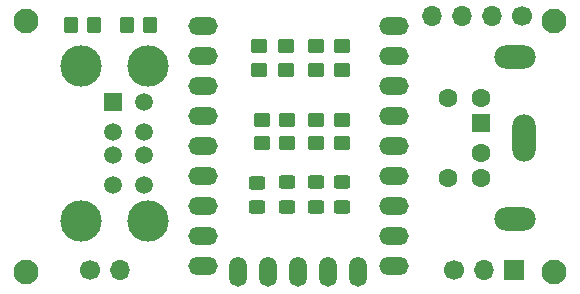
<source format=gbr>
G04 #@! TF.GenerationSoftware,KiCad,Pcbnew,8.0.4*
G04 #@! TF.CreationDate,2024-12-08T01:13:34+02:00*
G04 #@! TF.ProjectId,usb2ps2,75736232-7073-4322-9e6b-696361645f70,1.2*
G04 #@! TF.SameCoordinates,Original*
G04 #@! TF.FileFunction,Soldermask,Top*
G04 #@! TF.FilePolarity,Negative*
%FSLAX46Y46*%
G04 Gerber Fmt 4.6, Leading zero omitted, Abs format (unit mm)*
G04 Created by KiCad (PCBNEW 8.0.4) date 2024-12-08 01:13:34*
%MOMM*%
%LPD*%
G01*
G04 APERTURE LIST*
G04 Aperture macros list*
%AMRoundRect*
0 Rectangle with rounded corners*
0 $1 Rounding radius*
0 $2 $3 $4 $5 $6 $7 $8 $9 X,Y pos of 4 corners*
0 Add a 4 corners polygon primitive as box body*
4,1,4,$2,$3,$4,$5,$6,$7,$8,$9,$2,$3,0*
0 Add four circle primitives for the rounded corners*
1,1,$1+$1,$2,$3*
1,1,$1+$1,$4,$5*
1,1,$1+$1,$6,$7*
1,1,$1+$1,$8,$9*
0 Add four rect primitives between the rounded corners*
20,1,$1+$1,$2,$3,$4,$5,0*
20,1,$1+$1,$4,$5,$6,$7,0*
20,1,$1+$1,$6,$7,$8,$9,0*
20,1,$1+$1,$8,$9,$2,$3,0*%
G04 Aperture macros list end*
%ADD10C,1.700000*%
%ADD11O,1.700000X1.700000*%
%ADD12R,1.700000X1.700000*%
%ADD13R,1.500000X1.500000*%
%ADD14C,1.500000*%
%ADD15C,3.500000*%
%ADD16RoundRect,0.250000X0.450000X-0.350000X0.450000X0.350000X-0.450000X0.350000X-0.450000X-0.350000X0*%
%ADD17RoundRect,0.250000X-0.450000X0.350000X-0.450000X-0.350000X0.450000X-0.350000X0.450000X0.350000X0*%
%ADD18RoundRect,0.250000X-0.350000X-0.450000X0.350000X-0.450000X0.350000X0.450000X-0.350000X0.450000X0*%
%ADD19O,1.500000X1.500000*%
%ADD20O,2.500000X1.500000*%
%ADD21O,1.500000X2.500000*%
%ADD22C,2.100000*%
%ADD23R,1.600000X1.600000*%
%ADD24C,1.600000*%
%ADD25O,3.500000X2.000000*%
%ADD26O,2.000000X4.000000*%
%ADD27RoundRect,0.250000X0.450000X-0.325000X0.450000X0.325000X-0.450000X0.325000X-0.450000X-0.325000X0*%
G04 APERTURE END LIST*
D10*
X144250000Y-79000000D03*
D11*
X141710000Y-79000000D03*
X139170000Y-79000000D03*
X136630000Y-79000000D03*
D10*
X107670000Y-100500000D03*
D11*
X110210000Y-100500000D03*
D10*
X138500000Y-100500000D03*
D11*
X141040000Y-100500000D03*
D12*
X143580000Y-100500000D03*
D13*
X109630000Y-86250000D03*
D14*
X109630000Y-88750000D03*
X109630000Y-90750000D03*
X109630000Y-93250000D03*
X112250000Y-86250000D03*
X112250000Y-88750000D03*
X112250000Y-90750000D03*
X112250000Y-93250000D03*
D15*
X106920000Y-83180000D03*
X106920000Y-96320000D03*
X112600000Y-83180000D03*
X112600000Y-96320000D03*
D16*
X122250000Y-89750000D03*
X122250000Y-87750000D03*
D17*
X122000000Y-81500000D03*
X122000000Y-83500000D03*
D16*
X129000000Y-83500000D03*
X129000000Y-81500000D03*
D18*
X110750000Y-79750000D03*
X112750000Y-79750000D03*
X106000000Y-79750000D03*
X108000000Y-79750000D03*
D19*
X132920000Y-79840000D03*
D20*
X133420000Y-79840000D03*
D19*
X132920000Y-82380000D03*
D20*
X133420000Y-82380000D03*
D19*
X132920000Y-84920000D03*
D20*
X133420000Y-84920000D03*
D19*
X132920000Y-87460000D03*
D20*
X133420000Y-87460000D03*
D19*
X132920000Y-90000000D03*
D20*
X133420000Y-90000000D03*
D19*
X132920000Y-92540000D03*
D20*
X133420000Y-92540000D03*
D19*
X132920000Y-95080000D03*
D20*
X133420000Y-95080000D03*
D19*
X132920000Y-97620000D03*
D20*
X133420000Y-97620000D03*
D19*
X132920000Y-100160000D03*
D20*
X133420000Y-100160000D03*
D19*
X130380000Y-100160000D03*
D21*
X130380000Y-100660000D03*
D19*
X127840000Y-100160000D03*
D21*
X127840000Y-100660000D03*
D19*
X125300000Y-100160000D03*
D21*
X125300000Y-100660000D03*
D19*
X122760000Y-100160000D03*
D21*
X122760000Y-100660000D03*
D19*
X120220000Y-100160000D03*
D21*
X120220000Y-100660000D03*
D20*
X117180000Y-100160000D03*
D19*
X117680000Y-100160000D03*
D20*
X117180000Y-97620000D03*
D19*
X117680000Y-97620000D03*
D20*
X117180000Y-95080000D03*
D19*
X117680000Y-95080000D03*
D20*
X117180000Y-92540000D03*
D19*
X117680000Y-92540000D03*
D20*
X117180000Y-90000000D03*
D19*
X117680000Y-90000000D03*
D20*
X117180000Y-87460000D03*
D19*
X117680000Y-87460000D03*
D20*
X117180000Y-84920000D03*
D19*
X117680000Y-84920000D03*
D20*
X117180000Y-82380000D03*
D19*
X117680000Y-82380000D03*
D20*
X117180000Y-79840000D03*
D19*
X117680000Y-79840000D03*
D17*
X124300000Y-87750000D03*
X124300000Y-89750000D03*
D22*
X146900000Y-79400000D03*
X146900000Y-100650000D03*
D17*
X126750000Y-89750000D03*
X126750000Y-87750000D03*
D23*
X140750000Y-88000000D03*
D24*
X140750000Y-90600000D03*
D25*
X143600000Y-96150000D03*
D26*
X144400000Y-89300000D03*
D24*
X140750000Y-85900000D03*
D25*
X143600000Y-82450000D03*
D24*
X140750000Y-92700000D03*
X137950000Y-85900000D03*
X137950000Y-92700000D03*
D16*
X129000000Y-89750000D03*
X129000000Y-87750000D03*
X124250000Y-83500000D03*
X124250000Y-81500000D03*
D22*
X102250000Y-79400000D03*
D17*
X126750000Y-81500000D03*
X126750000Y-83500000D03*
D22*
X102250000Y-100650000D03*
D27*
X121800000Y-95125000D03*
X121800000Y-93075000D03*
X129000000Y-95100000D03*
X129000000Y-93050000D03*
X124350000Y-95100000D03*
X124350000Y-93050000D03*
X126750000Y-95100000D03*
X126750000Y-93050000D03*
M02*

</source>
